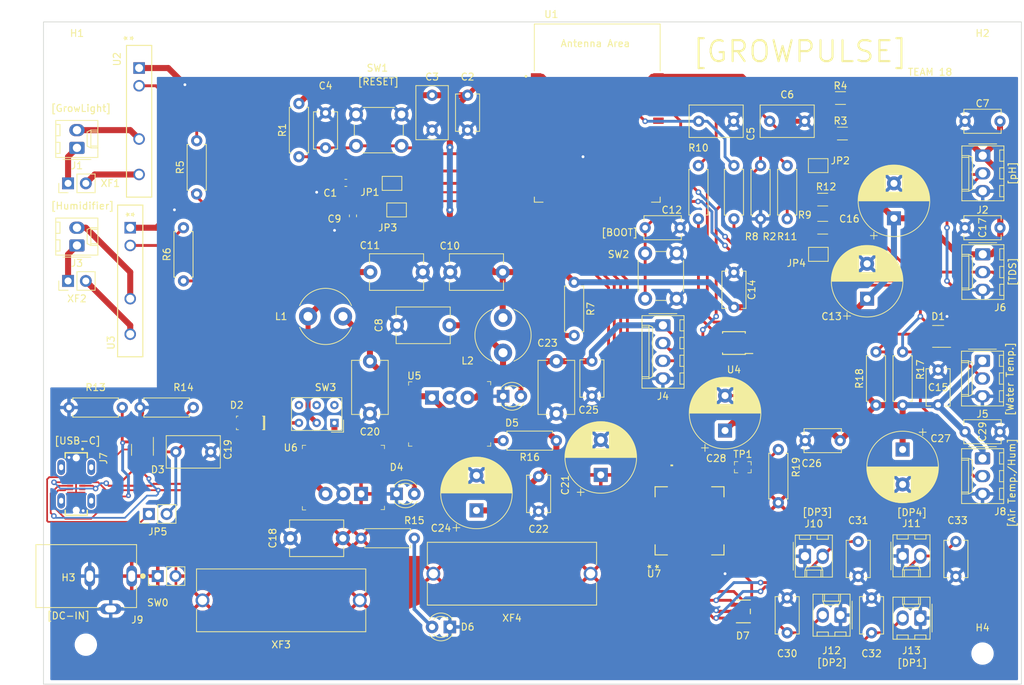
<source format=kicad_pcb>
(kicad_pcb (version 20221018) (generator pcbnew)
  (layers (0 "F.Cu" signal) (31 "B.Cu" power) (34 "B.Paste" user) (35 "F.Paste" user) (36 "B.SilkS" user "B.Silkscreen") (37 "F.SilkS" user "F.Silkscreen") (38 "B.Mask" user) (39 "F.Mask" user) (44 "Edge.Cuts" user))
  (net 0 "")
  (net 1 "GND")
  (net 2 "Net-(C4--)")
  (net 3 "+3V3")
  (net 4 "Net-(C6-+)")
  (net 5 "+5V")
  (net 6 "Net-(C5-+)")
  (net 7 "Net-(C8--)")
  (net 8 "/UART0RX")
  (net 9 "Net-(C11--)")
  (net 10 "+12V")
  (net 11 "ADC-Sensor_pH")
  (net 12 "VBUS")
  (net 13 "Net-(J3-Pin_2)")
  (net 14 "Net-(C19--)")
  (net 15 "GPIO-Water_Temperature")
  (net 16 "GPIO-Sensor_AirHTemp")
  (net 17 "ADC-TDS_Sensor")
  (net 18 "/BOOT")
  (net 19 "/UART0TX")
  (net 20 "USB_D-")
  (net 21 "USB_D+")
  (net 24 "Net-(C21-+)")
  (net 25 "Net-(D4-A)")
  (net 26 "Net-(J2-Pin_2)")
  (net 27 "Net-(J6-Pin_2)")
  (net 28 "Net-(J7-CC1)")
  (net 29 "Net-(J7-CC2)")
  (net 30 "Net-(D6-A)")
  (net 31 "Net-(J1-Pin_1)")
  (net 32 "/EN_TXB0102D")
  (net 33 "Net-(D5-A)")
  (net 34 "GPIO-Relay_Dosing_Pump_01")
  (net 35 "GPIO-Relay_Dosing_Pump_02")
  (net 36 "GPIO-Relay_Dosing_Pump_03")
  (net 37 "GPIO-Relay_Dosing_Pump_04")
  (net 38 "GPIO-Relay_Grow_Light")
  (net 39 "GPIO-Relay_Main_Pump")
  (net 40 "O-PWR_Dosing_Pump_04")
  (net 41 "O-PWR_Dosing_Pump_03")
  (net 42 "O-PWR_Dosing_Pump_02")
  (net 43 "O-PWR_Dosing_Pump_01")
  (net 44 "Net-(J1-Pin_2)")
  (net 45 "Net-(J3-Pin_1)")
  (net 46 "GPIO-DC-DSEL0")
  (net 47 "Net-(J4-Pin_2)")
  (net 48 "Net-(JP1-A)")
  (net 49 "Net-(J4-Pin_3)")
  (net 50 "Net-(SW0-A)")
  (net 51 "Net-(SW0-B)")
  (net 52 "Net-(JP5-A)")
  (net 72 "Net-(R6--)")
  (net 73 "Net-(JP3-A)")
  (net 74 "Net-(R5--)")
  (net 75 "Net-(R10-+)")
  (net 76 "Net-(SW3-A)")
  (net 77 "Net-(XF1-B)")
  (net 78 "Net-(XF2-B)")
  (net 79 "Net-(R19--)")
  (footprint "Package_TO_SOT_SMD:SOT-23-5" (layer "F.Cu") (at 232.41 60.01 180)
    (fp_text reference "D1")
    (fp_text value "SP0504BAHT")
  )
  (footprint "Capacitor_THT:C_Disc_D7.5mm_W5.0mm_P7.50mm" (layer "F.Cu") (at 155 58.42)
    (fp_text reference "C8")
    (fp_text value "22u")
  )
  (footprint "LED_THT:LED_D3.0mm" (layer "F.Cu") (at 154.94 82.55)
    (fp_text reference "D4")
    (fp_text value "WP7113VBC/D")
  )
  (footprint "Connector_Molex:Molex_KK-254_AE-6410-04A_1x04_P2.54mm_Vertical" (layer "F.Cu") (at 193.04 58.42 -90)
    (fp_text reference "J4")
    (fp_text value "Molex_0022112042")
  )
  (footprint "Jumper:SolderJumper-2_P1.3mm_Bridged2Bar_Pad1.0x1.5mm" (layer "F.Cu") (at 154.94 41.91 180)
    (fp_text reference "JP3")
    (fp_text value "R0")
  )
  (footprint "Resistor_THT:R_Axial_DIN0207_L6.3mm_D2.5mm_P7.62mm_Horizontal" (layer "F.Cu") (at 223.52 69.85 90)
    (fp_text reference "R18")
    (fp_text value "4k7")
  )
  (footprint "MountingHole:MountingHole_2.7mm_M2.5" (layer "F.Cu") (at 238.76 105.41)
    (fp_text reference "H4")
    (fp_text value "MountingHole")
  )
  (footprint "Resistor_SMD:R_1206_3216Metric_Pad1.30x1.75mm_HandSolder" (layer "F.Cu") (at 215.9 44.45)
    (fp_text reference "R9")
    (fp_text value "TBD")
  )
  (footprint "Resistor_SMD:R_1206_3216Metric_Pad1.30x1.75mm_HandSolder" (layer "F.Cu") (at 218.72 30.969292)
    (fp_text reference "R3")
    (fp_text value "TBD")
  )
  (footprint "Capacitor_THT:C_Disc_D5.1mm_W3.2mm_P5.00mm" (layer "F.Cu") (at 241.26 73.66 180)
    (fp_text reference "C29")
    (fp_text value "0.1u")
  )
  (footprint "Resistor_THT:R_Axial_DIN0207_L6.3mm_D2.5mm_P7.62mm_Horizontal" (layer "F.Cu") (at 115.7 70.19 180)
    (fp_text reference "R13")
    (fp_text value "5k1")
  )
  (footprint "digikey-footprints:SOD-123" (layer "F.Cu") (at 133.35 72.39 180)
    (fp_text reference "D2")
    (fp_text value "1N5819HW-7-F")
  )
  (footprint "Resistor_THT:R_Axial_DIN0207_L6.3mm_D2.5mm_P7.62mm_Horizontal" (layer "F.Cu") (at 203.2 43.18 90)
    (fp_text reference "R8")
    (fp_text value "1k8")
  )
  (footprint "Capacitor_THT:CP_Radial_D10.0mm_P5.00mm" (layer "F.Cu") (at 184.15 79.837677 90)
    (fp_text reference "C21")
    (fp_text value "100u")
  )
  (footprint "Capacitor_THT:C_Disc_D7.5mm_W5.0mm_P7.50mm" (layer "F.Cu") (at 162.62 50.8)
    (fp_text reference "C10")
    (fp_text value "22u")
  )
  (footprint "Resistor_THT:R_Axial_DIN0207_L6.3mm_D2.5mm_P7.62mm_Horizontal" (layer "F.Cu") (at 227.33 69.85 90)
    (fp_text reference "R17")
    (fp_text value "4k7")
  )
  (footprint "Jumper:SolderJumper-2_P1.3mm_Bridged2Bar_Pad1.0x1.5mm" (layer "F.Cu") (at 215.28 48.26)
    (fp_text reference "JP4")
    (fp_text value "SolderJumper_2_Closed")
  )
  (footprint "Inductor_THT:L_Radial_D7.8mm_P5.00mm_Fastron_07HCP" (layer "F.Cu") (at 142.28 57.15)
    (fp_text reference "L1")
    (fp_text value "10u")
  )
  (footprint "Jumper:SolderJumper-2_P1.3mm_Bridged2Bar_Pad1.0x1.5mm" (layer "F.Cu") (at 215.25 35.56)
    (fp_text reference "JP2")
    (fp_text value "SolderJumper_2_Closed")
  )
  (footprint "Jumper:SolderJumper-2_P1.3mm_Bridged2Bar_Pad1.0x1.5mm" (layer "F.Cu") (at 154.29 38.1 180)
    (fp_text reference "JP1")
    (fp_text value "R0")
  )
  (footprint "Inductor_THT:L_Radial_D7.8mm_P5.00mm_Fastron_07HCP" (layer "F.Cu") (at 170.17 62.34 90)
    (fp_text reference "L2")
    (fp_text value "10u")
  )
  (footprint "Connector_Molex:Molex_KK-254_AE-6410-03A_1x03_P2.54mm_Vertical" (layer "F.Cu") (at 238.79 34.13 -90)
    (fp_text reference "J2")
    (fp_text value "Molex_0022112032")
  )
  (footprint "Capacitor_THT:C_Disc_D5.1mm_W3.2mm_P5.00mm" (layer "F.Cu") (at 220.98 94.37 90)
    (fp_text reference "C31")
    (fp_text value "0.1u")
  )
  (footprint "Resistor_THT:R_Axial_DIN0207_L6.3mm_D2.5mm_P7.62mm_Horizontal" (layer "F.Cu") (at 125.86 70.19 180)
    (fp_text reference "R14")
    (fp_text value "5k1")
  )
  (footprint "LED_THT:LED_D3.0mm" (layer "F.Cu") (at 170.18 68.58)
    (fp_text reference "D5")
    (fp_text value "WP7113PGD")
  )
  (footprint "Capacitor_THT:C_Disc_D5.1mm_W3.2mm_P5.00mm" (layer "F.Cu") (at 234.95 94.37 90)
    (fp_text reference "C33")
    (fp_text value "0.1u")
  )
  (footprint "Button_Switch_THT:SW_PUSH_6mm_H7.3mm" (layer "F.Cu") (at 190.5 54.61 90)
    (fp_text reference "SW2")
    (fp_text value "D6R90 F1 LFS")
  )
  (footprint "USB-C-Vertical:GCT_USB4120-03-C_REVA" (layer "F.Cu") (at 109.117 81.14 -90)
    (fp_text reference "J7")
    (fp_text value "Molex_2171750001")
  )
  (footprint "Resistor_THT:R_Axial_DIN0207_L6.3mm_D2.5mm_P7.62mm_Horizontal" (layer "F.Cu") (at 209.55 83.82 90)
    (fp_text reference "R19")
    (fp_text value "10k")
  )
  (footprint "Capacitor_THT:C_Disc_D5.1mm_W3.2mm_P5.00mm" (layer "F.Cu") (at 236.26 29.21)
    (fp_text reference "C7")
    (fp_text value "0.1u")
  )
  (footprint "Connector_Molex:Molex_KK-254_AE-6410-02A_1x02_P2.54mm_Vertical" (layer "F.Cu") (at 218.44 99.9 180)
    (fp_text reference "J12")
    (fp_text value "Molex_0022112022")
  )
  (footprint "Resistor_THT:R_Axial_DIN0207_L6.3mm_D2.5mm_P7.62mm_Horizontal" (layer "F.Cu") (at 210.82 43.18 90)
    (fp_text reference "R11")
    (fp_text value "1k8")
  )
  (footprint "Resistor_THT:R_Axial_DIN0207_L6.3mm_D2.5mm_P7.62mm_Horizontal" (layer "F.Cu") (at 124.46 52.07 90)
    (fp_text reference "R6")
    (fp_text value "392")
  )
  (footprint "Capacitor_THT:C_Disc_D5.1mm_W3.2mm_P5.00mm" (layer "F.Cu") (at 144.78 28.02 -90)
    (fp_text reference "C4")
    (fp_text value "1u")
  )
  (footprint "Capacitor_THT:C_Disc_D7.5mm_W5.0mm_P7.50mm" (layer "F.Cu") (at 158.69 50.8 180)
    (fp_text reference "C11")
    (fp_text value "22u")
  )
  (footprint "Resistor_THT:R_Axial_DIN0207_L6.3mm_D2.5mm_P7.62mm_Horizontal" (layer "F.Cu") (at 149.86 88.9)
    (fp_text reference "R15")
    (fp_text value "560")
  )
  (footprint "Capacitor_THT:C_Disc_D7.5mm_W4.4mm_P5.00mm" (layer "F.Cu") (at 198.16 29.21)
    (fp_text reference "C5")
    (fp_text value "10u")
  )
  (footprint "MountingHole:MountingHole_2.7mm_M2.5" (layer "F.Cu") (at 109.22 20.32)
    (fp_text reference "H1")
    (fp_text value "MountingHole")
  )
  (footprint "Connector_PinHeader_2.54mm:PinHeader_1x02_P2.54mm_Vertical" (layer "F.Cu") (at 107.95 38.1 90)
    (fp_text reference "XF1")
    (fp_text value "PH1-02-UA")
  )
  (footprint "Capacitor_THT:CP_Radial_D10.0mm_P5.00mm" (layer "F.Cu") (at 222.25 54.61 90)
    (fp_text reference "C13")
    (fp_text value "100u")
  )
  (footprint "Resistor_SMD:R_1206_3216Metric_Pad1.30x1.75mm_HandSolder" (layer "F.Cu") (at 218.44 25.889292 180)
    (fp_text reference "R4")
    (fp_text value "TBD")
  )
  (footprint "Capacitor_THT:C_Disc_D5.1mm_W3.2mm_P5.00mm" (layer "F.Cu") (at 222.885 97.44 -90)
    (fp_text reference "C32")
    (fp_text value "0.1u")
  )
  (footprint "Connector_Molex:Molex_KK-254_AE-6410-02A_1x02_P2.54mm_Vertical" (layer "F.Cu") (at 109.22 33.02 90)
    (fp_text reference "J1")
    (fp_text value "Molex_0022112022")
  )
  (footprint "Keystone - 4628:FUSE_4628" (layer "F.Cu") (at 171.45 93.98 180)
    (fp_text reference "XF4")
    (fp_text value "1A")
  )
  (footprint "MountingHole:MountingHole_2.7mm_M2.5" (layer "F.Cu") (at 110.49 104.14)
    (fp_text reference "H3")
    (fp_text value "MountingHole")
  )
  (footprint "Connector_PinHeader_2.54mm:PinHeader_1x02_P2.54mm_Vertical" (layer "F.Cu") (at 120.78 94.32 90)
    (fp_text reference "SW0")
    (fp_text value "PH1-02-UA")
  )
  (footprint "Connector_PinHeader_2.54mm:PinHeader_1x02_P2.54mm_Vertical" (layer "F.Cu") (at 107.95 52.07 90)
    (fp_text reference "XF2")
    (fp_text value "PH1-02-UA")
  )
  (footprint "Resistor_THT:R_Axial_DIN0207_L6.3mm_D2.5mm_P7.62mm_Horizontal" (layer "F.Cu") (at 177.8 74.93 180)
    (fp_text reference "R16")
    (fp_text value "91R")
  )
  (footprint "Connector_Molex:Molex_KK-254_AE-6410-02A_1x02_P2.54mm_Vertical" (layer "F.Cu") (at 229.87 100.33 180)
    (fp_text reference "J13")
    (fp_text value "Molex_0022112022")
  )
  (footprint "CPC1966Yfootprints:SIP4_CPC1966Y_LTF" (layer "F.Cu") (at 118.11 21.59 -90)
    (fp_text reference "U2")
    (fp_text value "CPC1966Y")
  )
  (footprint "Capacitor_SMD:C_0603_1608Metric_Pad1.08x0.95mm_HandSolder" (layer "F.Cu") (at 147.682226 38.033097)
    (fp_text reference "C1")
    (fp_text value "47 pF")
  )
  (footprint "PJ-102:PJ-102A" (layer "F.Cu") (at 110.55 94.32 180)
    (fp_text reference "J9")
    (fp_text value "PJ-102A")
  )
  (footprint "Resistor_THT:R_Axial_DIN0207_L6.3mm_D2.5mm_P7.62mm_Horizontal" (layer "F.Cu") (at 126.353369 39.614926 90)
    (fp_text reference "R5")
    (fp_text value "392")
  )
  (footprint "Button_Switch_THT:SW_NKK_GW12LJP" (layer "F.Cu") (at 146.05 72.39 180)
    (fp_text reference "SW3")
    (fp_text value "NKK_GW22LCP" hide)
  )
  (footprint "Capacitor_THT:C_Disc_D5.1mm_W3.2mm_P5.00mm" (layer "F.Cu") (at 175.26 85.05 90)
    (fp_text reference "C22")
    (fp_text value "0.1u")
  )
  (footprint "Resistor_THT:R_Axial_DIN0207_L6.3mm_D2.5mm_P7.62mm_Horizontal" (layer "F.Cu") (at 140.97 34.29 90)
    (fp_text reference "R1")
    (fp_text value "10k")
  )
  (footprint "Resistor_THT:R_Axial_DIN0207_L6.3mm_D2.5mm_P7.62mm_Horizontal" (layer "F.Cu") (at 180.34 52.26 -90)
    (fp_text reference "R7")
    (fp_text value "56R")
  )
  (footprint "Capacitor_THT:CP_Radial_D10.0mm_P5.00mm" (layer "F.Cu") (at 227.33 76.2 -90)
    (fp_text reference "C27")
    (fp_text value "100u")
  )
  (footprint "Capacitor_THT:C_Disc_D7.5mm_W5.0mm_P7.50mm" (layer "F.Cu") (at 177.8 71.06 90)
    (fp_text reference "C23")
    (fp_text value "22u")
  )
  (footprint "LED_THT:LED_D3.0mm" (layer "F.Cu") (at 162.56 101.6 180)
    (fp_text reference "D6")
    (fp_text value "WP7113ID5V")
  )
  (footprint "Connector_Molex:Molex_KK-254_AE-6410-03A_1x03_P2.54mm_Vertical" (layer "F.Cu") (at 238.79 48.26 -90)
    (fp_text reference "J6")
    (fp_text value "Molex_0022112032")
  )
  (footprint "Capacitor_THT:C_Disc_D7.5mm_W4.4mm_P5.00mm" (layer "F.Cu") (at 208.32 29.21)
    (fp_text reference "C6")
    (fp_text value "10u")
  )
  (footprint "Capacitor_THT:C_Disc_D5.1mm_W3.2mm_P5.00mm" (layer "F.Cu") (at 232.41 64.81 -90)
    (fp_text reference "C15")
    (fp_text value "0.1u")
  )
  (footprint "Connector_Molex:Molex_KK-254_AE-6410-02A_1x02_P2.54mm_Vertical" (layer "F.Cu") (at 227.33 91.44)
    (fp_text reference "J11")
    (fp_text value "Molex_0022112022")
  )
  (footprint "Capacitor_THT:C_Disc_D5.1mm_W3.2mm_P5.00mm" (layer "F.Cu") (at 165.1 25.48 -90)
    (fp_text reference "C2")
    (fp_text value "0.1u")
  )
  (footprint "Package_SO:TSSOP-8_3x3mm_P0.65mm" (layer "F.Cu") (at 203.2 60.96 180)
    (fp_text reference "U4")
    (fp_text value "TXB0102DCT")
  )
  (footprint "Capacitor_THT:CP_Radial_D10.0mm_P5.00mm" (layer "F.Cu") (at 226.09 43.1 90)
    (fp_text reference "C16")
    (fp_text value "100u")
  )
  (footprint "Capacitor_THT:C_Disc_D5.1mm_W3.2mm_P5.00mm" (layer "F.Cu") (at 213.4 74.93)
    (fp_text reference "C26")
    (fp_text value "0.1u")
  )
  (footprint "Package_TO_SOT_SMD:SOT-23-6" (layer "F.Cu") (at 118.59034 76.249295 -90)
    (fp_text reference "D3")
    (fp_text value "SP0503BAHT")
  )
  (footprint "Connector_Molex:Molex_KK-254_AE-6410-02A_1x02_P2.54mm_Vertical" (layer "F.Cu") (at 109.22 46.99 90)
    (fp_text reference "J3")
    (fp_text value "Molex_0022112022")
  )
  (footprint "Capacitor_THT:C_Disc_D5.1mm_W3.2mm_P5.00mm" (layer "F.Cu") (at 210.82 97.44 -90)
    (fp_text reference "C30")
    (fp_text value "0.1u")
  )
  (footprint "Capacitor_THT:C_Disc_D7.5mm_W4.4mm_P5.00mm" (layer "F.Cu") (at 160.02 30.48 90)
    (fp_text reference "C3")
    (fp_text value "10u")
  )
  (footprint "MountingHole:MountingHole_2.7mm_M2.5" (layer "F.Cu") (at 238.76 20.32)
    (fp_text reference "H2")
    (fp_text value "MountingHole")
  )
  (footprint "Connector_Molex:Molex_KK-254_AE-6410-03A_1x03_P2.54mm_Vertical" (layer "F.Cu") (at 238.74 63.5 -90)
    (fp_text reference "J5")
    (fp_text value "Molex_0022112032")
  )
  (footprint "digikey-footprints:3-SIP_Module_V7805-1000" (layer "F.Cu") (at 160.01 68.77)
    (fp_text reference "U5")
    (fp_text value "VX7803-1000")
  )
  (footprint "digikey-footprints:PROBE_PAD_0805" (layer "F.Cu") (at 204.47 78.74)
    (fp_text reference "TP1")
    (fp_text value "RCT-0C")
  )
  (footprint "Connector_Molex:Molex_KK-254_AE-6410-02A_1x02_P2.54mm_Vertical" (layer "F.Cu") (at 213.36 91.48)
    (fp_text reference "J10")
    (fp_text value "Molex_0022112022")
  )
  (footprint "Keystone - 4628:FUSE_4628" (layer "F.Cu") (at 138.43 97.79)
    (fp_text reference "XF3")
    (fp_text value "3A")
  )
  (footprint "Capacitor_THT:C_Disc_D7.5mm_W4.4mm_P5.00mm" (layer "F.Cu") (at 128.36 76.54 180)
    (fp_text reference "C19")
    (fp_text value "10u")
  )
  (footprint "Connector_PinHeader_2.54mm:PinHeader_1x02_P2.54mm_Vertical" (layer "F.Cu") (at 119.51 85.43 90)
    (fp_text reference "JP5")
    (fp_text value "Jumper_VBUS_Open")
  )
  (footprint "Capacitor_THT:C_Disc_D5.1mm_W3.2mm_P5.00mm" (layer "F.Cu") (at 190.5 44.45)
    (fp_text reference "C12")
    (fp_text value "1u")
  )
  (footprint "Capacitor_THT:C_Disc_D5.1mm_W3.2mm_P5.00mm" (layer "F.Cu") (at 182.88 68.54 90)
    (fp_text reference "C25")
    (fp_text value "0.1u")
  )
  (footprint "Connector_Molex:Molex_KK-254_AE-6410-03A_1x03_P2.54mm_Vertical" (layer "F.Cu") (at 238.76 77.47 -90)
    (fp_text reference "J8")
    (fp_text value "Molex_0022112032")
  )
  (footprint "digikey-footprints:3-SIP_Module_V7805-1000" (layer "F.Cu") (at 149.86 82.55 180)
    (fp_text reference "U6")
    (fp_text value "V7805-2000")
  )
  (footprint "ESDA14V2SC5footprints:SOT23-5L_STM" (layer "F.Cu") (at 204.5462 99.379999)
    (fp_text reference "D7")
    (fp_text value "ESDA14V2SC5")
  )
  (footprint "Capacitor_SMD:C_0603_1608Metric_Pad1.08x0.95mm_HandSolder" (layer "F.Cu") (at 148.70112 42.753116 90)
    (fp_text reference "C9")
    (fp_text value "47 pF")
  )
  (footprint "CPC1966Yfootprints:SIP4_CPC1966Y_LTF" (layer "F.Cu") (at 116.84 44.45 -90)
    (fp_text reference "U3")
    (fp_text value "CPC1966Y")
  )
  (footprint "Capacitor_THT:C_Disc_D5.1mm_W3.2mm_P5.00mm" (layer "F.Cu") (at 236.26 44.45)
    (fp_text reference "C17")
    (fp_text value "0.1u")
  )
  (footprint "Resistor_THT:R_Axial_DIN0207_L6.3mm_D2.5mm_P7.62mm_Horizontal" (layer "F.Cu") (at 198.12 43.18 90)
    (fp_text reference "R10")
    (fp_text value "510")
  )
  (footprint "Capacitor_THT:C_Disc_D7.5mm_W5.0mm_P7.50mm" (layer "F.Cu") (at 151.13 71.06 90)
    (fp_text reference "C20")
    (fp_text value "22u")
  )
  (footprint "Resistor_THT:R_Axial_DIN0207_L6.3mm_D2.5mm_P7.62mm_Horizontal" (layer "F.Cu") (at 207.01 35.56 -90)
    (fp_text reference "R2")
    (fp_text value "51k")
  )
  (footprint "Button_Switch_THT:SW_PUSH_6mm_H7.3mm" (layer "F.Cu") (at 149.15 28.23)
    (fp_text reference "SW1")
    (fp_text value "D6R90 F1 LFS")
  )
  (footprint "Capacitor_THT:C_Disc_D5.1mm_W3.2mm_P5.00mm" (layer "F.Cu") (at 203.2 50.84 -90)
    (fp_text reference "C14")
    (fp_text value "0.1u")
  )
  (footprint "Capacitor_THT:CP_Radial_D10.0mm_P5.00mm" (layer "F.Cu") (at 201.93 73.487677 90)
    (fp_text reference "C28")
    (fp_text value "100u")
  )
  (footprint "Resistor_SMD:R_1206_3216Metric_Pad1.30x1.75mm_HandSolder" (layer "F.Cu") (at 215.9 40.427027 180)
    (fp_text reference "R12")
    (fp_text value "TBD")
  )
  (footprint "S3footprints:XCVR_ESP32-S3-WROOM-1-N8R2" (layer "F.Cu") (at 183.65 28.04)
    (fp_text reference "U1")
    (fp_text value "ESP32-S3-WROOM-1")
  )
  (footprint "VN340SPTR_33_E:PowerSO-10_STM" (layer "F.Cu") (at 196.85 86.4108 90)
    (fp_text reference "U7")
    (fp_text value "VN340SPTR-33-E")
  )
  (footprint "Capacitor_THT:CP_Radial_D10.0mm_P5.00mm" (layer "F.Cu") (at 166.37 84.917677 90)
    (fp_text reference "C24")
    (fp_text value "100u")
  )
  (footprint "Capacitor_THT:C_Disc_D7.5mm_W5.0mm_P7.50mm" (layer "F.Cu") (at 139.76 88.9)
    (fp_text reference "C18")
    (fp_text value "22u")
  )
  (gr_rect (start 104.43 14.9878) (end 244.32 109.794286) (stroke (width 0.1)) (fill none) (layer "Edge.Cuts"))
  (gr_text "[DP2]" (at 214.9856 107.2896) (layer "F.SilkS") (effects (font (size 1 1)) (justify left bottom)))
  (gr_text "[DP1]" (at 226.4664 107.3404) (layer "F.SilkS") (effects (font (size 1 1)) (justify left bottom)))
  (gr_text "[Air Temp./Hum]" (at 243.5352 87.4268 90) (layer "F.SilkS") (effects (font (size 1 1)) (justify left bottom)))
  (gr_text "[BOOT]" (at 184.15 45.72) (layer "F.SilkS") (effects (font (size 1 1)) (justify left bottom)))
  (gr_text "[DP3]" (at 212.9028 85.7504) (layer "F.SilkS") (effects (font (size 1 1)) (justify left bottom)))
  (gr_text "[GrowLight]" (at 105.41 27.94) (layer "F.SilkS") (effects (font (size 1 1)) (justify left bottom)))
  (gr_text "[Water Temp.]" (at 243.2812 71.4756 90) (layer "F.SilkS") (effects (font (size 1 1)) (justify left bottom)))
  (gr_text "[RESET]" (at 149.3012 24.13) (layer "F.SilkS") (effects (font (size 1 1)) (justify left bottom)))
  (gr_text "[DC-IN]" (at 104.8512 100.584) (layer "F.SilkS") (effects (font (size 1 1)) (justify left bottom)))
  (gr_text "[Humidifier]" (at 105.41 41.91) (layer "F.SilkS") (effects (font (size 1 1)) (justify left bottom)))
  (gr_text "[GROWPULSE]" (at 197.104 20.9804) (layer "F.SilkS") (effects (font (size 3 3) (thickness 0.3)) (justify left bottom)))
  (gr_text "[DP4]" (at 226.4156 85.8012) (layer "F.SilkS") (effects (font (size 1 1)) (justify left bottom)))
  (gr_text "[USB-C]" (at 105.918 75.5396) (layer "F.SilkS") (effects (font (size 1 1)) (justify left bottom)))
  (gr_text "[pH]" (at 243.6368 38.4048 90) (layer "F.SilkS") (effects (font (size 1 1)) (justify left bottom)))
  (gr_text " TEAM 18" (at 227.2284 22.7584) (layer "F.SilkS") (effects (font (size 1 1)) (justify left bottom)))
  (gr_text "[TDS]" (at 243.6368 52.8828 90) (layer "F.SilkS") (effects (font (size 1 1)) (justify left bottom)))
  (segment (start 233.5475 60.01) (end 232.73 60.01) (width 0.4064) (layer "F.Cu") (net 1))
  (segment (start 204.39 22.78) (end 210.82 29.21) (width 0.7112) (layer "F.Cu") (net 1))
  (segment (start 203.3524 99.379999) (end 200.810501 99.379999) (width 0.4572) (layer "F.Cu") (net 1))
  (segment (start 191.5112 22.78) (end 192.4 22.78) (width 0.7112) (layer "F.Cu") (net 1))
  (segment (start 237.822657 53.34) (end 238.79 53.34) (width 0.4064) (layer "F.Cu") (net 1))
  (segment (start 146.819726 38.033097) (end 144.846903 38.033097) (width 0.5) (layer "F.Cu") (net 1))
  (segment (start 175.7888 22.78) (end 177.1388 24.13) (width 0.7112) (layer "F.Cu") (net 1))
  (segment (start 183.55 29.1) (end 183.55 31.9) (width 0.8636) (layer "F.Cu") (net 1))
  (segment (start 233.68 57.482657) (end 233.68 57.15) (width 0.4064) (layer "F.Cu") (net 1))
  (segment (start 144.846903 38.033097) (end 143.51 39.37) (width 0.5) (layer "F.Cu") (net 1))
  (segment (start 232.41 58.752657) (end 233.68 57.482657) (width 0.4064) (layer "F.Cu") (net 1))
  (segment (start 200.810501 99.379999) (end 200.66 99.229498) (width 0.4572) (layer "F.Cu") (net 1))
  (segment (start 108.077 77.343) (end 108.077 78.215) (width 0.25) (layer "F.Cu") (net 1))
  (segment (start 232.41 59.69) (end 232.41 58.752657) (width 0.4064) (layer "F.Cu") (net 1))
  (segment (start 118.24 70.19) (end 118.59034 70.54034) (width 0.4572) (layer "F.Cu") (net 1))
  (segment (start 190.1612 24.13) (end 191.5112 22.78) (width 0.7112) (layer "F.Cu") (net 1))
  (segment (start 182.15 31.9) (end 182.15 30.5) (width 0.8636) (layer "F.Cu") (net 1))
  (segment (start 120.605 44.45) (end 123.165 41.89) (width 0.8636) (layer "F.Cu") (net 1))
  (segment (start 148.70112 44.304385) (end 148.70112 43.615616) (width 0.5) (layer "F.Cu") (net 1))
  (segment (start 108.252 83.89) (end 109.982 83.89) (width 0.25) (layer "F.Cu") (net 1))
  (segment (start 183.55 31.9) (end 182.15 31.9) (width 0.8636) (layer "F.Cu") (net 1))
  (segment (start 210.82 29.21) (end 213.32 29.21) (width 0.7112) (layer "F.Cu") (net 1))
  (segment (start 200.66 92.71) (end 201.93 93.98) (width 0.8636) (layer "F.Cu") (net 1))
  (segment (start 108.077 78.215) (end 108.252 78.39) (width 0.25) (layer "F.Cu") (net 1))
  (segment (start 206.2564 61.285) (end 208.28 63.3086) (width 0.4064) (layer "F.Cu") (net 1))
  (segment (start 180.75 29.1) (end 183.55 29.1) (width 0.8636) (layer "F.Cu") (net 1))
  (segment (start 180.75 33.43) (end 180.75 29.1) (width 0.8636) (layer "F.Cu") (net 1))
  (segment (start 181.61 34.29) (end 180.75 33.43) (width 0.8636) (layer "F.Cu") (net 1))
  (segment (start 148.179683 44.825822) (end 148.70112 44.304385) (width 0.5) (layer "F.Cu") (net 1))
  (segment (start 199.39 92.71) (end 200.66 92.71) (width 0.8636) (layer "F.Cu") (net 1))
  (segment (start 177.1388 24.13) (end 190.1612 24.13) (width 0.7112) (layer "F.Cu") (net 1))
  (segment (start 110.109 84.017) (end 109.982 83.89) (width 0.25) (layer "F.Cu") (net 1))
  (segment (start 205.35 61.285) (end 206.2564 61.285) (width 0.4064) (layer "F.Cu") (net 1))
  (segment (start 204.562323 68.487677) (end 201.93 68.487677) (width 0.4064) (layer "F.Cu") (net 1))
  (segment (start 122.2756 21.59) (end 118.11 21.59) (width 0.8636) (layer "F.Cu") (net 1))
  (segment (start 146.067594 44.825822) (end 148.179683 44.825822) (width 0.5) (layer "F.Cu") (net 1))
  (segment (start 174.9 22.78) (end 175.7888 22.78) (width 0.7112) (layer "F.Cu") (net 1))
  (segment (start 110.109 84.963) (end 110.109 84.017) (width 0.25) (layer "F.Cu") (net 1))
  (segment (start 208.28 63.3086) (end 208.28 64.77) (width 0.4064) (layer "F.Cu") (net 1))
  (segment (start 192.4 22.78) (end 204.39 22.78) (width 0.7112) (layer "F.Cu") (net 1))
  (segment (start 124.6632 23.9776) (end 122.2756 21.59) (width 0.8636) (layer "F.Cu") (net 1))
  (segment (start 208.28 64.77) (end 204.562323 68.487677) (width 0.4064) (layer "F.Cu") (net 1))
  (segment (start 108.252 78.39) (end 109.982 78.39) (width 0.25) (layer "F.Cu") (net 1))
  (segment (start 118.59034 70.54034) (end 118.59034 75.111795) (width 0.4572) (layer "F.Cu") (net 1))
  (segment (start 232.73 60.01) (end 232.41 59.69) (width 0.4064) (layer "F.Cu") (net 1))
  (segment (start 116.84 44.45) (end 120.605 44.45) (width 0.8636) (layer "F.Cu") (net 1))
  (via (at 108.077 77.343) (size 0.8) (drill 0.4064) (layers "F.Cu" "B.Cu") (net 1))
  (via (at 110.109 84.963) (size 0.8) (drill 0.4064) (layers "F.Cu" "B.Cu") (net 1))
  (via (at 146.067594 44.825822) (size 0.8) (drill 0.4) (layers "F.Cu" "B.Cu") (net 1))
  (via (at 124.6632 23.9776) (size 0.8) (drill 0.4) (layers "F.Cu" "B.Cu") (net 1))
  (via (at 123.165 41.89) (size 0.8) (drill 0.4) (layers "F.Cu" "B.Cu") (net 1))
  (via (at 143.51 39.37) (size 0.8) (drill 0.4064) (layers "F.Cu" "B.Cu") (net 1))
  (via (at 233.68 57.15) (size 0.8) (drill 0.4064) (layers "F.Cu" "B.Cu") (net 1))
  (via (at 201.93 93.98) (size 0.8) (drill 0.4064) (layers "F.Cu" "B.Cu") (net 1))
  (via (at 200.66 99.229498) (size 0.8) (drill 0.4064) (layers "F.Cu" "B.Cu") (net 1))
  (via (at 181.61 34.29) (size 0.8) (drill 0.4064) (layers "F.Cu" "B.Cu") (net 1))
  (segment (start 144.78 33.02) (end 143.51 33.02) (width 0.4064) (layer "F.Cu") (net 2))
  (segment (start 155.94 33.02) (end 158.75 33.02) (width 0.4064) (layer "F.Cu") (net 2))
  (segment (start 143.51 33.02) (end 142.24 34.29) (width 0.4064) (layer "F.Cu") (net 2))
  (segment (start 173.715 25.42) (end 174.765 25.42) (width 0.4064) (layer "F.Cu") (net 2))
  (segment (start 149.15 32.73) (end 155.65 32.73) (width 0.4064) (layer "F.Cu") (net 2))
  (segment (start 155.65 32.73) (end 155.94 33.02) (width 0.4064) (layer "F.Cu") (net 2))
  (segment (start 165.28 33.855) (end 173.715 25.42) (width 0.4064) (layer "F.Cu") (net 2))
  (segment (start 159.585 33.855) (end 165.28 33.855) (width 0.4064) (layer "F.Cu") (net 2))
  (segment (start 142.24 34.29) (end 140.97 34.29) (width 0.4064) (layer "F.Cu") (net 2))
  (segment (start 145.07 32.73) (end 144.78 33.02) (width 0.4064) (layer "F.Cu") (net 2))
  (segment (start 144.78 33.02) (end 148.86 33.02) (width 0.4064) (layer "F.Cu") (net 2))
  (segment (start 148.86 33.02) (end 149.15 32.73) (width 0.4064) (layer "F.Cu") (net 2))
  (segment (start 158.75 33.02) (end 159.585 33.855) (width 0.4064) (layer "F.Cu") (net 2))
  (segment (start 162.56 28.02) (end 165.1 25.48) (width 0.8636) (layer "F.Cu") (net 3))
  (segment (start 170.12 50.8) (end 170.12 57.29) (width 0.8636) (layer "F.Cu") (net 3))
  (segment (start 218.4 74.93) (end 223.52 69.81) (width 0.8636) (layer "F.Cu") (net 3))
  (segment (start 201.93 73.487677) (end 203.027677 72.39) (width 0.8636) (layer "F.Cu") (net 3))
  (segment (start 236.33 31.67) (end 238.79 34.13) (width 0.8636) (layer "F.Cu") (net 3))
  (segment (start 217.45 40.427027) (end 223.417027 40.427027) (width 0.8636) (layer "F.Cu") (net 3))
  (segment (start 241.3 44.49) (end 241.26 44.45) (width 0.8636) (layer "F.Cu") (net 3))
  (segment (start 241.3 36.64) (end 241.3 44.32) (width 0.8636) (layer "F.Cu") (net 3))
  (segment (start 223.52 69.85) (end 227.33 69.85) (width 0.8636) (layer "F.Cu") (net 3))
  (segment (start 162.56 32.9438) (end 162.56 28.02) (width 0.8636) (layer "F.Cu") (net 3))
  (segment (start 207.2014 59.69) (end 206.2564 60.635) (width 0.4064) (layer "F.Cu") (net 3))
  (segment (start 218.44 64.77) (end 223.52 69.85) (width 0.8636) (layer "F.Cu") (net 3))
  (segment (start 174.745 24.13) (end 170.2 24.13) (width 0.7112) (layer "F.Cu") (net 3))
  (segment (start 206.97 55.84) (end 203.2 55.84) (width 0.8636) (layer "F.Cu") (net 3))
  (segment (start 174.765 24.15) (end 174.745 24.13) (width 0.7112) (layer "F.Cu") (net 3))
  (segment (start 170.2 24.13) (end 170.18 24.15) (width 0.7112) (layer "F.Cu") (net 3))
  (segment (start 162.56 44.45) (end 162.56 41.91) (width 0.8636) (layer "F.Cu") (net 3))
  (segment (start 142.16 25.48) (end 160.02 25.48) (width 0.8636) (layer "F.Cu") (net 3))
  (segment (start 223.417027 40.427027) (end 226.09 43.1) (width 0.8636) (layer "F.Cu") (net 3))
  (segment (start 140.97 26.67) (end 142.16 25.48) (width 0.8636) (layer "F.Cu") (net 3))
  (segment (start 235.227565 48.26) (end 230.067565 43.1) (width 0.8636) (layer "F.Cu") (net 3))
  (segment (start 165.1 25.48) (end 160.02 25.48) (width 0.8636) (layer "F.Cu") (net 3))
  (segment (start 219.99 25.889292) (end 222.769292 25.889292) (width 0.8636) (layer "F.Cu") (net 3))
  (segment (start 222.25 54.61) (end 218.44 58.42) (width 0.8636) (layer "F.Cu") (net 3))
  (segment (start 170.12 50.8) (end 178.88 50.8) (width 0.8636) (layer "F.Cu") (net 3))
  (segment (start 227.33 76.2) (end 227.33 69.85) (width 0.8636) (layer "F.Cu") (net 3))
  (segment (start 238.79 34.13) (end 241.3 36.64) (width 0.8636) (layer "F.Cu") (net 3))
  (segment (start 222.769292 25.889292) (end 228.55 31.67) (width 0.8636) (layer "F.Cu") (net 3))
  (segment (start 170.12 50.8) (end 168.91 50.8) (width 0.8636) (layer "F.Cu") (net 3))
  (segment (start 170.18 24.15) (end 166.43 24.15) (width 0.7112) (layer "F.Cu") (net 3))
  (segment (start 170.12 57.29) (end 170.17 57.34) (width 0.8636) (layer "F.Cu") (net 3))
  (segment (start 238.79 48.26) (end 240.03 48.26) (width 0.8636) (layer "F.Cu") (net 3))
  (segment (start 218.44 58.42) (end 209.55 58.42) (width 0.8636) (layer "F.Cu") (net 3))
  (segment (start 241.26 31.66) (end 238.79 34.13) (width 0.8636) (layer "F.Cu") (net 3))
  (segment (start 166.43 24.15) (end 165.1 25.48) (width 0.7112) (layer "F.Cu") (net 3))
  (segment (start 241.26 29.21) (end 241.26 31.66) (width 0.8636) (layer "F.Cu") (net 3))
  (segment (start 209.55 58.42) (end 208.28 59.69) (width 0.4064) (layer "F.Cu") (net 3))
  (segment (start 209.55 58.42) (end 206.97 55.84) (width 0.8636) (layer "F.Cu") (net 3))
  (segment (start 218.44 58.42) (end 218.44 64.77) (width 0.8636) (layer "F.Cu") (net 3))
  (segment (start 223.52 69.81) (end 223.52 69.85) (width 0.8636) (layer "F.Cu") (net 3))
  (segment (start 203.027677 72.39) (end 215.86 72.39) (width 0.8636) (layer "F.Cu") (net 3))
  (segment (start 206.2564 60.635) (end 205.35 60.635) (width 0.4064) (layer "F.Cu") (net 3))
  (segment (start 230.067565 43.1) (end 226.09 43.1) (width 0.8636) (layer "F.Cu") (net 3))
  (segment (start 228.55 31.67) (end 236.33 31.67) (width 0.8636) (layer "F.Cu") (net 3))
  (segment (start 240.03 48.26) (end 241.3 46.99) (width 0.8636) (layer "F.Cu") (net 3))
  (segment (start 241.3 46.99) (end 241.3 44.49) (width 0.8636) (layer "F.Cu") (net 3))
  (segment (start 215.86 72.39) (end 218.4 74.93) (width 0.8636) (layer "F.Cu") (net 3))
  (segment (start 168.91 50.8) (end 162.56 44.45) (width 0.8636) (layer "F.Cu") (net 3))
  (segment (start 208.28 59.69) (end 207.2014 59.69) (width 0.4064) (layer "F.Cu") (net 3))
  (segment (start 238.79 48.26) (end 235.227565 48.26) (width 0.8636) (layer "F.Cu") (net 3))
  (segment (start 178.88 50.8) (end 180.34 52.26) (width 0.8636) (layer "F.Cu") (net 3))
  (via (at 162.56 32.9438) (size 1.016) (drill 0.4064) (layers "F.Cu" "B.Cu") (net 3))
  (via (at 162.56 41.91) (size 1.016) (drill 0.4064) (layers "F.Cu" "B.Cu") (net 3))
  (segment (start 222.25 54.61) (end 226.09 50.77) (width 0.8636) (layer "B.Cu") (net 3))
  (segment (start 226.09 50.77) (end 226.09 43.1) (width 0.8636) (layer "B.Cu") (net 3))
  (segment (start 238.76 76.22) (end 238.76 77.47) (width 0.8636) (layer "B.Cu") (net 3))
  (segment (start 232.39 69.85) (end 238.76 76.22) (width 0.8636) (layer "B.Cu") (net 3))
  (segment (start 203.2 55.84) (end 199.62 52.26) (width 0.8636) (layer "B.Cu") (net 3))
  (segment (start 199.62 52.26) (end 180.34 52.26) (width 0.8636) (layer "B.Cu") (net 3))
  (segment (start 232.39 69.85) (end 238.74 63.5) (width 0.8636) (layer "B.Cu") (net 3))
  (segment (start 227.33 69.85) (end 232.39 69.85) (width 0.8636) (layer "B.Cu") (net 3))
  (segment (start 162.56 32.9438) (end 162.56 41.91) (width 0.8636) (layer "B.Cu") (net 3))
  (segment (start 192.4 24.05) (end 203.12 24.05) (width 0.4064) (layer "F.Cu") (net 4))
  (segment (start 209.55 30.44) (end 209.55 34.29) (width 0.4064) (layer "F.Cu") (net 4))
  (segment (start 209.55 34.29) (end 210.82 35.56) (width 0.4064) (layer "F.Cu") (net 4))
  (segment (start 208.28 29.21) (end 208.32 29.21) (width 0.4064) (layer "F.Cu") (net 4))
  (segment (start 208.32 29.21) (end 209.55 30.44) (width 0.4064) (layer "F.Cu") (net 4))
  (segment (start 203.12 24.05) (end 208.28 29.21) (width 0.4064) (layer "F.Cu") (net 4))
  (segment (start 195.905 61.285) (end 193.04 58.42) (width 0.4064) (layer "F.Cu") (net 5))
  (segment (start 151.13 63.56) (end 156.15 68.58) (width 0.8636) (layer "F.Cu") (net 5))
  (segment (start 170.392323 84.917677) (end 177.8 77.51) (width 0.8636) (layer "F.Cu") (net 5))
  (segment (start 147.28 57.15) (end 151.13 61) (width 0.8636) (layer "F.Cu") (net 5))
  (segment (start 175.26 64.77) (end 176.47 63.56) (width 0.8636) (layer "F.Cu") (net 5))
  (segment (start 173.99 71.12) (end 162.36 71.12) (width 0.8636) (layer "F.Cu") (net 5))
  (segment (start 177.8 74.93) (end 173.99 71.12) (width 0.8636) (layer "F.Cu") (net 5))
  (segment (start 156.15 68.58) (end 159.82 68.58) (width 0.8636) (layer "F.Cu") (net 5))
  (segment (start 177.8 63.56) (end 182.86 63.56) (width 0.8636) (layer "F.Cu") (net 5))
  (segment (start 201.05 61.285) (end 195.905 61.285) (width 0.4064) (layer "F.Cu") (net 5))
  (segment (start 162.36 71.12) (end 160.01 68.77) (width 0.8636) (layer "F.Cu") (net 5))
  (segment (start 166.37 84.917677) (end 170.392323 84.917677) (width 0.8636) (layer "F.Cu") (net 5))
  (segment (start 159.82 68.58) (end 160.01 68.77) (width 0.8636) (layer "F.Cu") (net 5))
  (segment (start 175.26 69.85) (end 175.26 64.77) (width 0.8636) (layer "F.Cu") (net 5))
  (segment (start 182.86 63.56) (end 182.88 63.54) (width 0.8636) (layer "F.Cu") (net 5))
  (segment (start 173.99 71.12) (end 175.26 69.85) (width 0.8636) (layer "F.Cu") (net 5))
  (segment (start 177.8 77.51) (end 177.8 74.93) (width 0.8636) (layer "F.Cu") (net 5))
  (segment (start 151.13 61) (end 151.13 63.56) (width 0.8636) (layer "F.Cu") (net 5))
  (segment (start 176.47 63.56) (end 177.8 63.56) (width 0.8636) (layer "F.Cu") (net 5))
  (segment (start 182.88 62.23) (end 182.88 63.54) (width 0.8636) (layer "B.Cu") (net 5))
  (segment (start 193.04 58.42) (end 186.69 58.42) (width 0.8636) (layer "B.Cu") (net 5))
  (segment (start 186.69 58.42) (end 182.88 62.23) (width 0.8636) (layer "B.Cu") (net 5))
  (segment (start 189.25 27.96) (end 174.765 27.96) (width 0.3) (layer "F.Cu") (net 6))
  (segment (start 190.5 29.21) (end 189.25 27.96) (width 0.4064) (layer "F.Cu") (net 6))
  (via (at 190.5 29.21) (size 0.8) (drill 0.4064) (layers "F.Cu" "B.Cu") (net 6))
  (segment (start 201.93 31.75) (end 199.39 29.21) (width 0.4064) (layer "B.Cu") (net 6))
  (segment (start 203.2 35.56) (end 201.93 34.29) (width 0.4064) (layer "B.Cu") (net 6))
  (segment (start 201.93 34.29) (end 201.93 31.75) (width 0.4064) (layer "B.Cu") (net 6))
  (segment (start 199.39 29.21) (end 198.16 29.21) (width 0.4064) (layer "B.Cu") (net 6))
  (segment (start 190.5 29.21) (end 198.16 29.21) (width 0.4064) (layer "B.Cu") (net 6))
  (segment (start 162.5 58.42) (end 166.25 58.42) (width 0.8636) (layer "F.Cu") (net 7))
  (segment (start 165.09 68.77) (end 166.27 68.77) (width 0.8636) (layer "F.Cu") (net 7))
  (segment (start 166.25 58.42) (end 170.17 62.34) (width 0.8636) (layer "F.Cu") (net 7))
  (segment (start 166.27 68.77) (end 170.17 64.87) (width 0.8636) (layer "F.Cu") (net 7))
  (segment (start 170.17 64.87) (end 170.17 62.34) (width 0.8636) (layer "F.Cu") (net 7))
  (segment (start 199.39 57.015897) (end 199.39 39.156472) (width 0.4064) (layer "F.Cu") (net 8))
  (segment (start 205.35 59.985) (end 205.35 58.3664) (width 0.4064) (layer "F.Cu") (net 8))
  (segment (start 200.327303 57.9532) (end 199.39 57.015897) (width 0.4064) (layer "F.Cu") (net 8))
  (segment (start 204.9368 57.9532) (end 200.327303 57.9532) (width 0.4064) (layer "F.Cu") (net 8))
  (segment (start 194.23 27.86) (end 192.4 27.86) (width 0.4064) (layer "F.Cu") (net 8))
  (segment (start 195.58 35.346472) (end 195.58 29.21) (width 0.4064) (layer "F.Cu") (net 8))
  (segment (start 199.39 39.156472) (end 195.58 35.346472) (width 0.4064) (layer "F.Cu") (net 8))
  (segment (start 195.58 29.21) (end 194.23 27.86) (width 0.4064) (layer "F.Cu") (net 8))
  (segment (start 205.35 58.3664) (end 204.9368 57.9532) (width 0.4064) (layer "F.Cu") (net 8))
  (segment (start 143.51 72.39) (end 142.28 71.16) (width 0.7112) (layer "F.Cu") (net 9))
  (segment (start 142.28 57.15) (end 148.63 50.8) (width 0.8636) (layer "F.Cu") (net 9))
  (segment (start 142.28 71.16) (end 142.28 57.15) (width 0.7112) (layer "F.Cu") (net 9))
  (segment (start 148.63 50.8) (end 151.19 50.8) (width 0.8636) (layer "F.Cu") (net 9))
  (segment (start 217.17 31.75) (end 217.17 30.969292) (width 0.4064) (layer "F.Cu") (net 11))
  (segment (start 213.39 35.56) (end 214.6 35.56) (width 0.4064) (layer "F.Cu") (net 11))
  (segment (start 214.6 35.56) (end 214.6 34.32) (width 0.4064) (layer "F.Cu") (net 11))
  (segment (start 210.82 43.18) (end 210.82 38.13) (width 0.4064) (layer "F.Cu") (net 11))
  (segment (start 210.82 38.13) (end 213.39 35.56) (width 0.4064) (layer "F.Cu") (net 11))
  (segment (start 214.6 34.32) (end 217.17 31.75) (width 0.4064) (layer "F.Cu") (net 11))
  (segment (start 134.925 72.39) (end 140.97 72.39) (width 0.5) (layer "F.Cu") (net 12))
  (segment (start 109.22 44.45) (end 110.49 44.45) (width 0.8636) (layer "F.Cu") (net 13))
  (segment (start 110.49 44.45) (end 116.84 50.8) (width 0.8636) (layer "F.Cu") (net 13))
  (segment (start 116.84 50.8) (end 116.84 54.61) (width 0.8636) (layer "F.Cu") (net 13))
  (segment (start 120.387135 76.54) (end 123.36 76.54) (width 0.4064) (layer "F.Cu") (net 14))
  (segment (start 119.54034 77.386795) (end 120.387135 76.54) (width 0.4064) (layer "F.Cu") (net 14))
  (segment (start 127.51 72.39) (end 131.775 72.39) (width 0.4064) (layer "F.Cu") (net 14))
  (segment (start 123.36 76.54) (end 127.51 72.39) (width 0.4064) (layer "F.Cu") (net 14))
  (segment (start 122.05 85.43) (end 123.36 84.12) (width 0.4064) (layer "B.Cu") (net 14))
  (segment (start 123.36 84.12) (end 123.36 76.54) (width 0.4064) (layer "B.Cu") (net 14))
  (segment (start 229.87 57.15) (end 231.2725 58.5525) (width 0.4064) (layer "F.Cu") (net 15))
  (segment (start 229.87 57.15) (end 229.87 55.88) (width 0.4064) (layer "F.Cu") (net 15))
  (segment (start 238.74 66.06) (end 238.74 66.04) (width 0.4064) (layer "F.Cu") (net 15))
  (segment (start 207.6236 51.4136) (end 201.93 45.72) (width 0.4064) (layer "F.Cu") (net 15))
  (segment (start 222.5164 52.07) (end 221.86 51.4136) (width 0.4064) (layer "F.Cu") (net 15))
  (segment (start 227.33 62.23) (end 234.93 62.23) (width 0.4064) (layer "F.Cu") (net 15))
  (segment (start 231.2725 58.5525) (end 231.2725 59.06) (width 0.4064) (layer "F.Cu") (net 15))
  (segment (start 234.93 62.23) (end 238.74 66.04) (width 0.4064) (layer "F.Cu") (net 15))
  (segment (start 226.06 52.07) (end 222.5164 52.07) (width 0.4064) (layer "F.Cu") (net 15))
  (segment (start 192.4 36.75) (end 195.5 36.75) (width 0.4064) (layer "F.Cu") (net 15))
  (segment (start 221.86 51.4136) (end 207.6236 51.4136) (width 0.4064) (layer "F.Cu") (net 15))
  (segment (start 195.5 36.75) (end 198.12 39.37) (width 0.4064) (layer "F.Cu") (net 15))
  (segment (start 229.87 55.88) (end 226.06 52.07) (width 0.4064) (layer "F.Cu") (net 15))
  (via (at 201.93 45.72) (size 0.8) (drill 0.4064) (layers "F.Cu" "B.Cu") (net 15))
  (via (at 229.87 57.15) (size 0.8) (drill 0.4064) (layers "F.Cu" "B.Cu") (net 15))
  (via (at 198.12 39.37) (size 0.8) (drill 0.4064) (layers "F.Cu" "B.Cu") (net 15))
  (segment (start 229.87 57.15) (end 227.33 59.69) (width 0.4064) (layer "B.Cu") (net 15))
  (segment (start 200.66 41.91) (end 200.66 44.45) (width 0.4064) (layer "B.Cu") (net 15))
  (segment (start 198.12 39.37) (end 200.66 41.91) (width 0.4064) (layer "B.Cu") (net 15))
  (segment (start 227.33 59.69) (end 227.33 62.23) (width 0.4064) (layer "B.Cu") (net 15))
  (segment (start 200.66 44.45) (end 201.93 45.72) (width 0.4064) (layer "B.Cu") (net 15))
  (segment (start 223.52 62.23) (end 224.79 62.23) (width 0.4064) (layer "F.Cu") (net 16))
  (segment (start 229.87 67.31) (end 229.87 69.85) (width 0.4064) (layer "F.Cu") (net 16))
  (segment (start 229.600077 59.69) (end 230.870077 60.96) (width 0.4064) (layer "F.Cu") (net 16))
  (segment (start 227.33 58.42) (end 226.06 59.69) (width 0.4064) (layer "F.Cu") (net 16))
  (segment (start 198.0692 40.6908) (end 196.9008 40.6908) (width 0.4064) (layer "F.Cu") (net 16))
  (segment (start 196.9008 40.6908) (end 194.23 38.02) (width 0.4064) (layer "F.Cu") (net 16))
  (segment (start 236.22 78.74) (end 237.49 80.01) (width 0.4064) (layer "F.Cu") (net 16))
  (segment (start 224.79 62.23) (end 229.87 67.31) (width 0.4064) (layer "F.Cu") (net 16))
  (segment (start 223.52 62.23) (end 226.06 59.69) (width 0.4064) (layer "F.Cu") (net 16))
  (segment (start 225.80882 52.6764) (end 227.33 54.19758) (width 0.4064) (layer "F.Cu") (net 16))
  (segment (start 227.33 54.19758) (end 227.33 58.42) (width 0.4064) (layer "F.Cu") (net 16))
  (segment (start 236.22 76.2) (end 236.22 78.74) (width 0.4064) (layer "F.Cu") (net 16))
  (segment (start 237.49 80.01) (end 238.76 80.01) (width 0.4064) (layer "F.Cu") (net 16))
  (segment (start 226.06 59.69) (end 229.600077 59.69) (width 0.4064) (layer "F.Cu") (net 16))
  (segment (start 229.87 69.85) (end 236.22 76.2) (width 0.4064) (layer "F.Cu") (net 16))
  (segment (start 230.870077 60.96) (end 231.2725 60.96) (width 0.4064) (layer "F.Cu") (net 16))
  (segment (start 206.96 52.02) (end 221.60882 52.02) (width 0.4064) (layer "F.Cu") (net 16))
  (segment (start 201.93 46.99) (end 206.96 52.02) (width 0.4064) (layer "F.Cu") (net 16))
  (segment (start 221.60882 52.02) (end 222.26522 52.6764) (width 0.4064) (layer "F.Cu") (net 16))
  (segment (start 222.26522 52.6764) (end 225.80882 52.6764) (width 0.4064) (layer "F.Cu") (net 16))
  (segment (start 194.23 38.02) (end 192.4 38.02) (width 0.4064) (layer "F.Cu") (net 16))
  (via (at 198.0692 40.6908) (size 0.8) (drill 0.4064) (layers "F.Cu" "B.Cu") (net 16))
  (via (at 201.93 46.99) (size 0.8) (drill 0.4064) (layers "F.Cu" "B.Cu") (net 16))
  (segment (start 200.0536 42.16118) (end 200.0536 45.1136) (width 0.4064) (layer "B.Cu") (net 16))
  (segment (start 198.58322 40.6908) (end 200.0536 42.16118) (width 0.4064) (layer "B.Cu") (net 16))
  (segment (start 198.0692 40.6908) (end 198.58322 40.6908) (width 0.4064) (layer "B.Cu") (net 16))
  (segment (start 200.0536 45.1136) (end 201.93 46.99) (width 0.4064) (layer "B.Cu") (net 16))
  (segment (start 205.74 46.99) (end 211.81 46.99) (width 0.4064) (layer "F.Cu") (net 17))
  (segment (start 203.2 43.18) (end 203.2 44.45) (width 0.4064) (layer "F.Cu") (net 17))
  (segment (start 211.81 46.99) (end 214.35 44.45) (width 0.4064) (layer "F.Cu") (net 17))
  (segment (start 214.35 47.98) (end 214.63 48.26) (width 0.4064) (layer "F.Cu") (net 17))
  (segment (start 214.35 44.45) (end 214.35 47.98) (width 0.4064) (layer "F.Cu") (net 17))
  (segment (start 203.2 44.45) (end 205.74 46.99) (width 0.4064) (layer "F.Cu") (net 17))
  (segment (start 190.5 48.11) (end 190.5 54.61) (width 0.4064) (layer "F.Cu") (net 18))
  (segment (start 190.5 44.45) (end 192.4 42.55) (width 0.4064) (layer "F.Cu") (net 18))
  (segment (start 192.4 42.55) (end 192.4 39.29) (width 0.4064) (layer "F.Cu") (net 18))
  (segment (start 190.5 44.45) (end 190.5 48.11) (width 0.4064) (layer "F.Cu") (net 18))
  (segment (start 200.66 29.21) (end 200.66 33.02) (width 0.4064) (layer "F.Cu") (net 19))
  (segment (start 198.04 26.59) (end 200.66 29.21) (width 0.4064) (layer "F.Cu") (net 19))
  (segment (start 200.66 33.02) (end 198.12 35.56) (width 0.4064) (layer "F.Cu") (net 19))
  (segment (start 192.4 26.59) (end 198.04 26.59) (width 0.4064) (layer "F.Cu") (net 19))
  (segment (start 111.489 81.39) (end 109.982 81.39) (width 0.25) (layer "F.Cu") (net 20))
  (segment (start 133.125 76.1068) (end 133.125 53.565) (width 0.3048) (layer "F.Cu") (net 20))
  (segment (start 120.1741 81.1209) (end 128.1109 81.1209) (width 0.3048) (layer "F.Cu") (net 20))
  (segment (start 119.905 81.39) (end 120.1741 81.1209) (width 0.3048) (layer "F.Cu") (net 20))
  (segment (start 128.1109 81.1209) (end 133.125 76.1068) (width 0.3048) (layer "F.Cu") (net 20))
  (segment (start 133.125 53.565) (end 148.59 38.1) (width 0.3048) (layer "F.Cu") (net 20))
  (segment (start 111.887 81.788) (end 111.489 81.39) (width 0.25) (layer "F.Cu") (net 20))
  (segment (start 105.939 80.89) (end 108.252 80.89) (width 0.25) (layer "F.Cu") (net 20))
  (segment (start 113.411 81.026) (end 113.775 81.39) (width 0.3048) (layer "F.Cu") (net 20))
  (segment (start 115.015104 81.39) (end 119.905 81.39) (width 0.3048) (layer "F.Cu") (net 20))
  (segment (start 113.775 81.39) (end 115.015104 81.39) (width 0.3048) (layer "F.Cu") (net 20))
  (segment (start 148.59 38.1) (end 153.64 38.1) (width 0.3048) (layer "F.Cu") (net 20))
  (segment (start 117.61 78.795104) (end 115.015104 81.39) (width 0.3048) (layer "F.Cu") (net 20))
  (segment (start 117.61 77.575) (end 117.61 78.795104) (width 0.3048) (layer "F.Cu") (net 20))
  (via (at 113.411 81.026) (size 0.8) (drill 0.4064) (layers "F.Cu" "B.Cu") (net 20))
  (via (at 105.939 80.89) (size 0.8) (drill 0.4064) (layers "F.Cu" "B.Cu") (net 20))
  (via (at 111.887 81.788) (size 0.8) (drill 0.4064) (layers "F.Cu" "B.Cu") (net 20))
  (segment (start 112.649 81.026) (end 111.887 81.788) (width 0.25) (layer "B.Cu") (net 20))
  (segment (start 106.837 81.788) (end 111.887 81.788) (width 0.25) (layer "B.Cu") (net 20))
  (segment (start 113.411 81.026) (end 112.649 81.026) (width 0.25) (layer "B.Cu") (net 20))
  (segment (start 105.939 80.89) (end 106.837 81.788) (width 0.25) (layer "B.Cu") (net 20))
  (segment (start 118.56 79.43) (end 119.51 80.38) (width 0.3048) (layer "F.Cu") (net 21))
  (segment (start 105.468 85.275) (end 105.468 82.490604) (width 0.25) (layer "F.Cu") (net 21))
  (segment (start 133.6298 53.774096) (end 133.6298 77.6982) (width 0.3048) (layer "F.Cu") (net 21))
  (segment (start 106.568604 81.39) (end 108.252 81.39) (width 0.25) (layer "F.Cu") (net 21))
  (segment (start 148.70112 41.890616) (end 148.720504 41.91) (width 0.2) (layer "F.Cu") (net 21))
  (segment (start 112.249695 80.89) (end 113.387699 82.028004) (width 0.25) (layer "F.Cu") (net 21))
  (segment (start 148.70112 41.890616) (end 145.51328 41.890616) (width 0.3048) (layer "F.Cu") (net 21))
  (segment (start 105.918 85.725) (end 105.468 85.275) (width 0.25) (layer "F.Cu") (net 21))
  (segment (start 109.982 80.89) (end 112.249695 80.89) (width 0.25) (layer "F.Cu") (net 21))
  (segment (start 129.299996 82.028004) (end 120.844927 82.028004) (width 0.3048) (layer "F.Cu") (net 21))
  (segment (start 120.706923 81.89) (end 120.844927 82.028004) (width 0.3048) (layer "F.Cu") (net 21))
  (segment (start 118.56 77.575) (end 118.56 79.43) (width 0.3048) (layer "F.Cu") (net 21))
  (segment (start 148.720504 41.91) (end 154.29 41.91) (width 0.3048) (layer "F.Cu") (net 21))
  (segment (start 105.468 82.490604) (end 106.568604 81.39) (width 0.25) (layer "F.Cu") (net 21))
  (segment (start 113.387699 82.028004) (end 120.844927 82.028004) (width 0.25) (layer "F.Cu") (net 21))
  (segment (start 145.51328 41.890616) (end 133.6298 53.774096) (width 0.3048) (layer "F.Cu") (net 21))
  (segment (start 133.6298 77.6982) (end 129.299996 82.028004) (width 0.3048) (layer "F.Cu") (net 21))
  (via (at 119.51 80.38) (size 0.7) (drill 0.3) (layers "F.Cu" "B.Cu") (net 21))
  (via (at 105.918 85.725) (size 0.8) (drill 0.4064) (layers "F.Cu" "B.Cu") (net 21))
  (via (at 120.844927 82.028004) (size 0.7) (drill 0.3) (layers "F.Cu" "B.Cu") (net 21))
  (segment (start 106.172 85.979) (end 105.918 85.725) (width 0.25) (layer "B.Cu") (net 21))
  (segment (start 120.763004 82.028004) (end 120.844927 82.028004) (width 0.3048) (layer "B.Cu") (net 21))
  (segment (start 120.580595 82.804) (end 119.253 82.804) (width 0.25) (layer "B.Cu") (net 21))
  (segment (start 120.844927 82.539668) (end 120.580595 82.804) (width 0.25) (layer "B.Cu") (net 21))
  (segment (start 116.078 85.979) (end 106.172 85.979) (width 0.25) (layer "B.Cu") (net 21))
  (segment (start 119.253 82.804) (end 116.078 85.979) (width 0.25) (layer "B.Cu") (net 21))
  (segment (start 120.844927 82.028004) (end 120.844927 82.539668) (width 0.25) (layer "B.Cu") (net 21))
  (segment (start 119.51 80.775) (end 120.763004 82.028004) (width 0.3048) (layer "B.Cu") (net 21))
  (segment (start 119.51 80.38) (end 119.51 80.775) (width 0.3048) (layer "B.Cu") (net 21))
  (segment (start 157.48 78.74) (end 157.48 82.55) (width 0.7112) (layer "F.Cu") (net 25))
  (segment (start 161.29 74.93) (end 157.48 78.74) (width 0.7112) (layer "F.Cu") (net 25))
  (segment (start 170.18 74.93) (end 161.29 74.93) (width 0.7112) (layer "F.Cu") (net 25))
  (segment (start 224.92 35.56) (end 220.329292 30.969292) (width 0.4064) (layer "F.Cu") (net 26))
  (segment (start 238.63 36.83) (end 233.68 36.83) (width 0.4064) (layer "F.Cu") (net 26))
  (segment (start 232.41 35.56) (end 224.92 35.56) (width 0.4064) (layer "F.Cu") (net 26))
  (segment (start 220.27 31.19) (end 215.9 35.56) (width 0.4064) (layer "F.Cu") (net 26))
  (segment (start 220.27 30.969292) (end 220.27 31.19) (width 0.4064) (layer "F.Cu") (net 26))
  (segment (start 234.31 59.06) (end 233.5475 59.06) (width 0.4064) (layer "F.Cu") (net 26))
  (segment (start 233.68 36.83) (end 232.41 35.56) (width 0.4064) (layer "F.Cu") (net 26))
  (segment (start 238.79 36.67) (end 238.63 36.83) (width 0.4064) (layer "F.Cu") (net 26))
  (segment (start 233.68 44.45) (end 233.68 41.78) (width 0.4064) (layer "F.Cu") (net 26))
  (segment (start 220.27 29.269292) (end 216.89 25.889292) (width 0.4064) (layer "F.Cu") (net 26))
  (segment (start 220.27 30.969292) (end 220.27 29.269292) (width 0.4064) (layer "F.Cu") (net 26))
  (segment (start 233.68 52.07) (end 234.95 53.34) (width 0.4064) (layer "F.Cu") (net 26))
  (segment (start 234.95 53.34) (end 234.95 58.42) (width 0.4064) (layer "F.Cu") (net 26))
  (segment (start 234.95 58.42) (end 234.31 59.06) (width 0.4064) (layer "F.Cu") (net 26))
  (segment (start 233.68 41.78) (end 238.79 36.67) (width 0.4064) (layer "F.Cu") (net 26))
  (segment (start 220.329292 30.969292) (end 220.27 30.969292) (width 0.4064) (layer "F.Cu") (net 26))
  (via (at 233.68 44.45) (size 0.8) (drill 0.4064) (layers "F.Cu" "B.Cu") (net 26))
  (via (at 233.68 52.07) (size 0.8) (drill 0.4064) (layers "F.Cu" "B.Cu") (net 26))
  (segment (start 233.68 52.07) (end 233.68 44.45) (width 0.4064) (layer "B.Cu") (net 26))
  (segment (start 240.22 50.8) (end 238.79 50.8) (width 0.4064) (layer "F.Cu") (net 27))
  (segment (start 238.79 50.8) (end 228.6 50.8) (width 0.4064) (layer "F.Cu") (net 27))
  (segment (start 217.42 44.7) (end 217.17 44.45) (width 0.4064) (layer "F.Cu") (net 27))
  (segment (start 222.25 44.45) (end 217.45 44.45) (width 0.4064) (layer "F.Cu") (net 27))
  (segment (start 241.3 53.702343) (end 241.3 51.88) (width 0.4064) (layer "F.Cu") (net 27))
  (segment (start 241.3 51.88) (end 240.22 50.8) (width 0.4064) (layer "F.Cu") (net 27))
  (segment (start 228.6 50.8) (end 222.25 44.45) (width 0.4064) (layer "F.Cu") (net 27))
  (segment (start 233.5475 60.96) (end 234.042343 60.96) (width 0.4064) (layer "F.Cu") (net 27))
  (segment (start 215.93 45.97) (end 217.45 44.45) (width 0.4064) (layer "F.Cu") (net 27))
  (segment (start 214.35 40.427027) (end 214.35 41.35) (width 0.4064) (layer "F.Cu") (net 27))
  (segment (start 234.042343 60.96) (end 241.3 53.702343) (width 0.4064) (layer "F.Cu") (net 27))
  (segment (start 215.93 48.26) (end 215.93 45.97) (width 0.4064) (layer "F.Cu") (net 27))
  (segment (start 214.35 41.35) (end 217.45 44.45) (width 0.4064) (layer "F.Cu") (net 27))
  (segment (start 119.54034 75.91266) (end 119.54034 75.111795) (width 0.25) (layer "F.Cu") (net 28))
  (segment (start 109.982 80.39) (end 111.56 80.39) (width 0.25) (layer "F.Cu") (net 28))
  (segment (start 115.6375 76.3125) (end 115.75 76.2) (width 0.25) (layer "F.Cu") (net 28))
  (segment (start 119.253 76.2) (end 119.54034 75.91266) (width 0.25) (layer "F.Cu") (net 28))
  (segment (start 125.86 70.19) (end 120.938205 75.111795) (width 0.4064) (layer "F.Cu") (net 28))
  (segment (start 111.56 80.39) (end 115.6375 76.3125) (width 0.25) (layer "F.Cu") (net 28))
  (segment (start 115.75 76.2) (end 119.253 76.2) (width 0.25) (layer "F.Cu") (net 28))
  (segment (start 120.938205 75.111795) (end 119.54034 75.111795) (width 0.4064) (layer "F.Cu") (net 28))
  (segment (start 117.64034 75.111795) (end 115.897866 75.111795) (width 0.4064) (layer "F.Cu") (net 29))
  (segment (start 115.897866 75.111795) (end 115.756843 75.252818) (width 0.4064) (layer "F.Cu") (net 29))
  (segment (start 115.7 75.195975) (end 115.756843 75.252818) (width 0.4064) (layer "F.Cu") (net 29))
  (segment (start 116.586 82.804) (end 116.47 82.92) (width 0.25) (layer "F.Cu") (net 29))
  (segment (start 107.492 82.042) (end 107.644 81.89) (width 0.25) (layer "F.Cu") (net 29))
  (segment (start 111.252 86.106) (end 107.569 86.106) (width 0.25) (layer "F.Cu") (net 29))
  (segment (start 115.7 70.19) (end 115.7 75.195975) (width 0.4064) (layer "F.Cu") (net 29))
  (segment (start 107.644 81.89) (end 108.252 81.89) (width 0.25) (layer "F.Cu") (net 29))
  (segment (start 105.918 82.677) (end 106.553 82.042) (width 0.25) (layer "F.Cu") (net 29))
  (segment (start 116.47 82.92) (end 114.438 82.92) (width 0.25) (layer "F.Cu") (net 29))
  (segment (start 114.438 82.92) (end 111.252 86.106) (width 0.25) (layer "F.Cu") (net 29))
  (segment (start 106.553 82.042) (end 107.492 82.042) (width 0.25) (layer "F.Cu") (net 29))
  (segment (start 115.804025 75.3) (end 115.756843 75.252818) (width 0.4064) (layer "F.Cu") (net 29))
  (segment (start 105.918 84.455) (end 105.918 82.677) (width 0.25) (layer "F.Cu") (net 29))
  (segment (start 107.569 86.106) (end 105.918 84.455) (width 0.25) (layer "F.Cu") (net 29))
  (via (at 115.756843 75.252818) (size 0.7) (drill 0.3) (layers "F.Cu" "B.Cu") (net 29))
  (via (at 116.586 82.804) (size 0.7) (drill 0.3) (layers "F.Cu" "B.Cu") (net 29))
  (segment (start 115.756843 79.166843) (end 115.756843 75.252818) (width 0.4064) (layer "B.Cu") (net 29))
  (segment (start 116.586 79.996) (end 115.756843 79.166843) (width 0.4064) (layer "B.Cu") (net 29))
  (segment (start 116.586 82.804) (end 116.586 79.996) (width 0.4064) (layer "B.Cu") (net 29))
  (segment (start 157.48 99.06) (end 160.02 101.6) (width 0.508) (layer "B.Cu") (net 30))
  (segment (start 157.48 88.9) (end 157.48 99.06) (width 0.508) (layer "B.Cu") (net 30))
  (segment (start 107.95 34.29) (end 109.22 33.02) (width 0.8636) (layer "F.Cu") (net 31))
  (segment (start 107.95 38.1) (end 107.95 34.29) (width 0.8636) (layer "F.Cu") (net 31))
  (segment (start 207.01 35.56) (end 207.01 30.4) (width 0.4064) (layer "F.Cu") (net 32))
  (segment (start 198.755 59.055) (end 198.755 60.4175) (width 0.4064) (layer "F.Cu") (net 32))
  (segment (start 198.9725 60.635) (end 201.05 60.635) (width 0.4064) (layer "F.Cu") (net 32))
  (segment (start 207.01 30.4) (end 201.93 25.32) (width 0.4064) (layer "F.Cu") (net 32))
  (segment (start 200.66 41.91) (end 207.01 35.56) (width 0.4064) (layer "F.Cu") (net 32))
  (segment (start 201.93 25.32) (end 192.4 25.32) (width 0.4064) (layer "F.Cu") (net 32))
  (segment (start 198.755 60.4175) (end 198.9725 60.635) (width 0.4064) (layer "F.Cu") (net 32))
  (segment (start 200.66 57.15) (end 200.66 41.91) (width 0.4064) (layer "F.Cu") (net 32))
  (via (at 200.66 57.15) (size 0.8) (drill 0.4064) (layers "F.Cu" "B.Cu") (net 32))
  (via (at 198.755 59.055) (size 0.8) (drill 0.4064) (layers "F.Cu" "B.Cu") (net 32))
  (segment (start 200.66 57.15) (end 198.755 59.055) (width 0.4064) (layer "B.Cu") (net 32))
  (segment (start 180.34 59.88) (end 175.07 59.88) (width 0.7112) (layer "F.Cu") (net 33))
  (segment (start 172.72 62.23) (end 172.72 68.58) (width 0.7112) (layer "F.Cu") (net 33))
  (segment (start 175.07 59.88) (end 172.72 62.23) (width 0.7112) (layer "F.Cu") (net 33))
  (segment (start 194.31 78.3844) (end 185.2676 69.342) (width 0.4064) (layer "F.Cu") (net 34))
  (segment (start 185.2676 69.342) (end 185.2676 53.0352) (width 0.4064) (layer "F.Cu") (net 34))
  (segment (start 194.31 80.1116) (end 194.31 78.3844) (width 0.4064) (layer "F.Cu") (net 34))
  (segment (start 185.2676 53.0352) (end 179.205 46.9726) (width 0.4064) (layer "F.Cu") (net 34))
  (segment (start 179.205 46.9726) (end 179.205 40.54) (width 0.4064) (layer "F.Cu") (net 34))
  (segment (start 186.0804 52.6796) (end 186.0804 68.7324) (width 0.4064) (layer "F.Cu") (net 35))
  (segment (start 180.475 40.54) (end 180.475 47.0742) (width 0.4064) (layer "F.Cu") (net 35))
  (segment (start 180.475 47.0742) (end 186.0804 52.6796) (width 0.4064) (layer "F.Cu") (net 35))
  (segment (start 186.0804 68.7324) (end 195.58 78.232) (width 0.4064) (layer "F.Cu") (net 35))
  (segment (start 195.58 78.232) (end 195.58 80.1116) (width 0.4064) (layer "F.Cu") (net 35))
  (segment (start 181.745 46.977126) (end 181.745 40.54) (width 0.4064) (layer "F.Cu") (net 36))
  (segment (start 186.9948 52.226926) (end 181.745 46.977126) (width 0.4064) (layer "F.Cu") (net 36))
  (segment (start 186.9948 68.0212) (end 186.9948 52.226926) (width 0.4064) (layer "F.Cu") (net 36))
  (segment (start 196.85 77.8764) (end 186.9948 68.0212) (width 0.4064) (layer "F.Cu") (net 36))
  (segment (start 196.85 80.1116) (end 196.85 77.8764) (width 0.4064) (layer "F.Cu") (net 36))
  (segment (start 187.96 51.9684) (end 187.96 67.31) (width 0.4064) (layer "F.Cu") (net 37))
  (segment (start 183.015 40.54) (end 183.015 47.0234) (width 0.4064) (layer "F.Cu") (net 37))
  (segment (start 198.12 77.47) (end 198.12 80.1116) (width 0.4064) (layer "F.Cu") (net 37))
  (segment (start 183.015 47.0234) (end 187.96 51.9684) (width 0.4064) (layer "F.Cu") (net 37))
  (segment (start 187.96 67.31) (end 198.12 77.47) (width 0.4064) (layer "F.Cu") (net 37))
  (segment (start 174.9 26.59) (end 173.85 26.59) (width 0.4064) (layer "F.Cu") (net 38))
  (segment (start 164.11 36.33) (end 159.312894 36.33) (width 0.4064) (layer "F.Cu") (net 38))
  (segment (start 137.16 41.91) (end 128.27 41.91) (width 0.4064) (layer "F.Cu") (net 38))
  (segment (start 157.879294 34.8964) (end 144.1736 34.8964) (width 0.4064) (layer "F.Cu") (net 38))
  (segment (start 159.312894 36.33) (end 157.879294 34.8964) (width 0.4064) (layer "F.Cu") (net 38))
  (segment (start 173.85 26.59) (end 164.11 36.33) (width 0.4064) (layer "F.Cu") (net 38))
  (segment (start 128.27 41.91) (end 125.73 39.37) (width 0.4064) (layer "F.Cu") (net 38))
  (segment (start 144.1736 34.8964) (end 137.16 41.91) (width 0.4064) (layer "F.Cu") (net 38))
  (segment (start 166.15 38.1) (end 173.85 30.4) (width 0.4064) (layer "F.Cu") (net 39))
  (segment (start 173.85 30.4) (end 174.9 30.4) (width 0.4064) (layer "F.Cu") (net 39))
  (segment (start 159.455315 38.1) (end 166.15 38.1) (width 0.4064) (layer "F.Cu") (net 39))
  (segment (start 144.365111 35.974889) (end 157.330204 35.974889) (width 0.4064) (layer "F.Cu") (net 39))
  (segment (start 124.46 52.07) (end 128.27 52.07) (width 0.4064) (layer "F.Cu") (net 39))
  (segment (start 157.330204 35.974889) (end 159.455315 38.1) (width 0.4064) (layer "F.Cu") (net 39))
  (segment (start 128.27 52.07) (end 144.365111 35.974889) (width 0.4064) (layer "F.Cu") (net 39))
  (segment (start 221.2866 104.0384) (end 222.885 102.44) (width 0.4064) (layer "F.Cu") (net 40))
  (segment (start 225.22 102.44) (end 227.33 100.33) (width 0.4064) (layer "F.Cu") (net 40))
  (segment (start 199.7329 96.52) (end 203.182202 96.52) (width 0.4064) (layer "F.Cu") (net 40))
  (segment (start 205.74 100.33) (end 209.4484 104.0384) (width 0.4064) (layer "F.Cu") (net 40))
  (segment (start 222.885 102.44) (end 225.22 102.44) (width 0.4064) (layer "F.Cu") (net 40))
  (segment (start 204.47 97.807798) (end 204.47 99.06) (width 0.4064) (layer "F.Cu") (net 40))
  (segment (start 203.182202 96.52) (end 204.47 97.807798) (width 0.4064) (layer "F.Cu") (net 40))
  (segment (start 198.12 94.9071) (end 199.7329 96.52) (width 0.4064) (layer "F.Cu") (net 40))
  (segment (start 204.47 99.06) (end 205.74 100.33) (width 0.4064) (layer "F.Cu") (net 40))
  (segment (start 198.12 92.71) (end 198.12 94.9071) (width 0.4064) (layer "F.Cu") (net 40))
  (segment (start 209.4484 104.0384) (end 221.2866 104.0384) (width 0.4064) (layer "F.Cu") (net 40))
  (segment (start 196.85 91.44) (end 196.85 92.71) (width 0.4064) (layer "F.Cu") (net 41))
  (segment (start 205.74 95.25) (end 200.66 90.17) (width 0.4064) (layer "F.Cu") (net 41))
  (segment (start 210.82 102.44) (end 213.36 102.44) (width 0.4064) (layer "F.Cu") (net 41))
  (segment (start 213.36 102.44) (end 215.9 99.9) (width 0.4064) (layer "F.Cu") (net 41))
  (segment (start 200.66 90.17) (end 198.12 90.17) (width 0.4064) (layer "F.Cu") (net 41))
  (segment (start 205.74 98.429998) (end 205.74 95.25) (width 0.4064) (layer "F.Cu") (net 41))
  (segment (start 205.74 98.429998) (end 206.809998 98.429998) (width 0.4064) (layer "F.Cu") (net 41))
  (segment (start 206.809998 98.429998) (end 210.82 102.44) (width 0.4064) (layer "F.Cu") (net 41))
  (segment (start 198.12 90.17) (end 196.85 91.44) (width 0.4064) (layer "F.Cu") (net 41))
  (segment (start 200.66 97.79) (end 202.712402 97.79) (width 0.4064) (layer "F.Cu") (net 42))
  (segment (start 220.98 89.37) (end 218.01 89.37) (width 0.4064) (layer "F.Cu") (net 42))
  (segment (start 218.01 89.37) (end 215.9 91.48) (width 0.4064) (layer "F.Cu") (net 42))
  (segment (start 195.58 92.71) (end 195.58 93.6371) (width 0.4064) (layer "F.Cu") (net 42))
  (segment (start 202.712402 97.79) (end 203.3524 98.429998) (width 0.4064) (layer "F.Cu") (net 42))
  (segment (start 215.9 91.48) (end 212.13 95.25) (width 0.4064) (layer "F.Cu") (net 42))
  (segment (start 195.58 93.6371) (end 199.7329 97.79) (width 0.4064) (layer "F.Cu") (net 42))
  (segment (start 199.7329 97.79) (end 200.66 97.79) (width 0.4064) (layer "F.Cu") (net 42))
  (segment (start 212.13 95.25) (end 207.01 95.25) (width 0.4064) (layer "F.Cu") (net 42))
  (via (at 207.01 95.25) (size 0.8) (drill 0.4064) (layers "F.Cu" "B.Cu") (net 42))
  (via (at 200.66 97.79) (size 0.8) (drill 0.4064) (layers "F.Cu" "B.Cu") (net 42))
  (segment (start 200.66 97.79) (end 203.2 95.25) (width 0.4064) (layer "B.Cu") (net 42))
  (segment (start 203.2 95.25) (end 206.815 95.25) (width 0.4064) (layer "B.Cu") (net 42))
  (segment (start 225.4536 95.8564) (end 229.87 91.44) (width 0.4064) (layer "F.Cu") (net 43))
  (segment (start 194.31 94.3673) (end 194.31 92.71) (width 0.4064) (layer "F.Cu") (net 43))
  (segment (start 200.66 100.33) (end 200.2727 100.33) (width 0.4064) (layer "F.Cu") (net 43))
  (segment (start 200.2727 100.33) (end 194.31 94.3673) (width 0.4064) (layer "F.Cu") (net 43))
  (segment (start 207.01 96.52) (end 207.6736 95.8564) (width 0.4064) (layer "F.Cu") (net 43))
  (segment (start 232.88 91.44) (end 234.95 89.37) (width 0.4064) (layer "F.Cu") (net 43))
  (segment (start 203.3524 100.33) (end 200.66 100.33) (width 0.4064) (layer "F.Cu") (net 43))
  (segment (start 207.6736 95.8564) (end 225.4536 95.8564) (width 0.4064) (layer "F.Cu") (net 43))
  (segment (start 229.87 91.44) (end 232.88 91.44) (width 0.4064) (layer "F.Cu") (net 43))
  (via (at 207.01 96.52) (size 0.8) (drill 0.4064) (layers "F.Cu" "B.Cu") (net 43))
  (via (at 200.66 100.33) (size 0.8) (drill 0.4064) (layers "F.Cu" "B.Cu") (net 43))
  (segment (start 200.695395 100.33) (end 200.66 100.33) (width 0.4064) (layer "B.Cu") (net 43))
  (segment (start 201.4632 99.562195) (end 200.695395 100.33) (width 0.4064) (layer "B.Cu") (net 43))
  (segment (start 207.01 96.52) (end 204.500869 96.52) (width 0.4064) (layer "B.Cu") (net 43))
  (segment (start 204.500869 96.52) (end 201.4632 99.557669) (width 0.4064) (layer "B.Cu") (net 43))
  (segment (start 201.4632 99.557669) (end 201.4632 99.562195) (width 0.4572) (layer "B.Cu") (net 43))
  (segment (start 109.22 30.48) (end 116.84 30.48) (width 0.8636) (layer "F.Cu") (net 44))
  (segment (start 116.84 30.48) (end 118.11 31.75) (width 0.8636) (layer "F.Cu") (net 44))
  (segment (start 109.22 46.99) (end 107.95 48.26) (width 0.8636) (layer "F.Cu") (net 45))
  (segment (start 107.95 48.26) (end 107.95 52.07) (width 0.8636) (layer "F.Cu") (net 45))
  (segment (start 193.04 60.96) (end 194.015 61.935) (width 0.4064) (layer "F.Cu") (net 47))
  (segment (start 194.015 61.935) (end 201.05 61.935) (width 0.4064) (layer "F.Cu") (net 47))
  (segment (start 171.777288 39.37) (end 158.75 39.37) (width 0.3) (layer "F.Cu") (net 48))
  (segment (start 173.027288 38.12) (end 174.765 38.12) (width 0.3) (layer "F.Cu") (net 48))
  (segment (start 158.75 39.37) (end 157.48 38.1) (width 0.3) (layer "F.Cu") (net 48))
  (segment (start 157.48 38.1) (end 154.94 38.1) (width 0.3) (layer "F.Cu") (net 48))
  (segment (start 171.777288 39.37) (end 173.027288 38.12) (width 0.3) (layer "F.Cu") (net 48))
  (segment (start 193.04 63.5) (end 204.47 63.5) (width 0.4064) (layer "F.Cu") (net 49))
  (segment (start 204.47 63.5) (end 205.35 62.62) (width 0.4064) (layer "F.Cu") (net 49))
  (segment (start 205.35 62.62) (end 205.35 61.935) (width 0.4064) (layer "F.Cu") (net 49))
  (segment (start 119.51 85.43) (end 118.384 86.556) (width 0.25) (layer "F.Cu") (net 52))
  (segment (start 109.093 82.357) (end 109.06 82.39) (width 0.25) (layer "F.Cu") (net 52))
  (segment (start 105.098 86.556) (end 104.955 86.413) (width 0.25) (layer "F.Cu") (net 52))
  (segment (start 109.06 82.39) (end 109.982 82.39) (width 0.25) (layer "F.Cu") (net 52))
  (segment (start 107.604437 79.89) (end 108.252 79.89) (width 0.25) (layer "F.Cu") (net 52))
  (segment (start 105.255 80.165) (end 107.329437 80.165) (width 0.25) (layer "F.Cu") (net 52))
  (segment (start 118.384 86.556) (end 105.098 86.556) (width 0.25) (layer "F.Cu") (net 52))
  (segment (start 109.093 79.89) (end 109.982 79.89) (width 0.25) (layer "F.Cu") (net 52))
  (segment (start 104.955 86.413) (end 104.955 80.465) (width 0.25) (layer "F.Cu") (net 52))
  (segment (start 107.329437 80.165) (end 107.604437 79.89) (width 0.25) (layer "F.Cu") (net 52))
  (segment (start 109.06 82.39) (end 108.252 82.39) (width 0.25) (layer "F.Cu") (net 52))
  (segment (start 109.093 79.89) (end 109.093 82.357) (width 0.25) (layer "F.Cu") (net 52))
  (segment (start 108.252 79.89) (end 109.093 79.89) (width 0.25) (layer "F.Cu") (net 52))
  (segment (start 104.955 80.465) (end 105.255 80.165) (width 0.25) (layer "F.Cu") (net 52))
  (segment (start 121.92 46.99) (end 124.46 44.45) (width 0.4064) (layer "F.Cu") (net 72))
  (segment (start 116.84 46.99) (end 121.92 46.99) (width 0.4064) (layer "F.Cu") (net 72))
  (segment (start 173.515 40.64) (end 174.765 39.39) (width 0.3) (layer "F.Cu") (net 73))
  (segment (start 157.48 41.91) (end 158.75 40.64) (width 0.3) (layer "F.Cu") (net 73))
  (segment (start 155.59 41.91) (end 157.48 41.91) (width 0.3) (layer "F.Cu") (net 73))
  (segment (start 158.75 40.64) (end 173.515 40.64) (width 0.3) (layer "F.Cu") (net 73))
  (segment (start 126.353369 31.994926) (end 126.353369 29.971998) (width 0.4064) (layer "F.Cu") (net 74))
  (segment (start 126.353369 29.971998) (end 120.511371 24.13) (width 0.4064) (layer "F.Cu") (net 74))
  (segment (start 120.511371 24.13) (end 118.11 24.13) (width 0.4064) (layer "F.Cu") (net 74))
  (segment (start 201.05 59.985) (end 201.0025 59.985) (width 0.4064) (layer "F.Cu") (net 75))
  (segment (start 201.0025 59.985) (end 198.12 57.1025) (width 0.4064) (layer "F.Cu") (net 75))
  (segment (start 198.12 57.1025) (end 198.12 43.18) (width 0.4064) (layer "F.Cu") (net 75))
  (segment (start 146.05 72.39) (end 146.05 76.2) (width 0.8636) (layer "F.Cu") (net 76))
  (segment (start 143.51 81.28) (end 144.78 82.55) (width 0.8636) (layer "F.Cu") (net 76))
  (segment (start 146.05 76.2) (end 143.51 78.74) (width 0.8636) (layer "F.Cu") (net 76))
  (segment (start 143.51 78.74) (end 143.51 81.28) (width 0.8636) (layer "F.Cu") (net 76))
  (segment (start 111.76 36.83) (end 110.49 38.1) (width 0.8636) (layer "F.Cu") (net 77))
  (segment (start 118.11 36.83) (end 111.76 36.83) (width 0.8636) (layer "F.Cu") (net 77))
  (segment (start 116.84 58.42) (end 116.84 59.69) (width 0.8636) (layer "F.Cu") (net 78))
  (segment (start 110.49 52.07) (end 116.84 58.42) (width 0.8636) (layer "F.Cu") (net 78))
  (segment (start 199.39 80.1116) (end 203.3016 80.1116) (width 0.4064) (layer "F.Cu") (net 79))
  (segment (start 204.6732 78.74) (end 207.01 78.74) (width 0.4064) (layer "F.Cu") (net 79))
  (segment (start 207.01 78.74) (end 209.55 76.2) (width 0.4064) (layer "F.Cu") (net 79))
  (segment (start 203.3016 80.1116) (end 204.6732 78.74) (width 0.4064) (layer "F.Cu") (net 79))
  (zone (net 51) (net_name "Net-(SW0-B)") (layer "F.Cu") (priority 2) (connect_pads (clearance 0)) (min_thickness 0.25) (fill yes (thermal_gap 0.5) (thermal_bridge_width 0.5))
    (polygon (pts (xy 123.19 91.44) (xy 123.19 96.52) (xy 124.46 100.33) (xy 129.54 100.33) (xy 129.54 95.25) (xy 125.73 95.25) (xy 125.73 91.44)))
  )
  (zone (net 24) (net_name "Net-(C21-+)") (layer "F.Cu") (priority 4) (connect_pads (clearance 0)) (min_thickness 0.25) (fill yes (thermal_gap 0.5) (thermal_bridge_width 0.5))
    (polygon (pts (xy 180.086 96.4184) (xy 180.086 78.1812) (xy 189.3316 78.1812) (xy 192.024 83.0072) (xy 201.7776 83.0072) (xy 208.4832 81.28) (xy 211.8868 81.28) (xy 211.8868 93.1672) (xy 206.6544 93.1672) (xy 201.6252 89.662) (xy 191.8716 89.662) (xy 185.2168 96.4184)))
  )
  (zone (net 50) (net_name "Net-(SW0-A)") (layer "F.Cu") (priority 3) (connect_pads (clearance 0)) (min_thickness 0.25) (fill yes (thermal_gap 0.5) (thermal_bridge_width 0.5))
    (polygon (pts (xy 114.43 91.78) (xy 121.634726 91.78) (xy 121.634726 96.86) (xy 114.43 96.86)))
  )
  (zone (net 10) (net_name "+12V") (layer "F.Cu") (priority 1) (connect_pads (clearance 0)) (min_thickness 0.25) (fill yes (thermal_gap 0.5) (thermal_bridge_width 0.5))
    (polygon (pts (xy 144.78 86.36) (xy 144.78 96.52) (xy 146.05 100.33) (xy 153.67 100.33) (xy 162.56 96.52) (xy 162.56 91.44) (xy 152.4 91.44) (xy 152.4 80.01) (xy 148.59 80.01) (xy 148.59 86.36)))
  )
  (zone (net 1) (net_name "GND") (layer "B.Cu") (connect_pads (clearance 0.5)) (min_thickness 0.25) (fill yes (thermal_gap 0.5) (thermal_bridge_width 0.5))
    (polygon (pts (xy 142.24 22.86) (xy 243.84 22.86) (xy 243.84 109.22) (xy 105.41 109.22) (xy 105.41 67.31) (xy 120.65 67.31) (xy 120.65 64.77) (xy 120.65 22.86)))
  )
)
</source>
